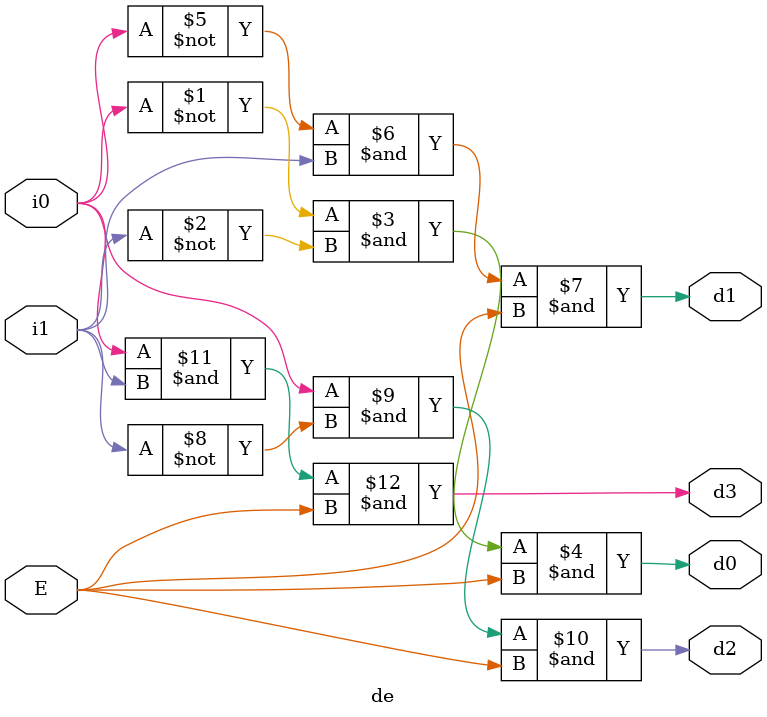
<source format=v>
module de(i0,i1,E,d0,d1,d2,d3);
input E,i1,i0;
output d0,d1,d2,d3;
assign d0=((~i0)&(~i1)&E);
assign d1=((~i0)&(i1)&E);
assign d2=((i0)&(~i1)&E);
assign d3=((i0)&(i1)&E);
endmodule


</source>
